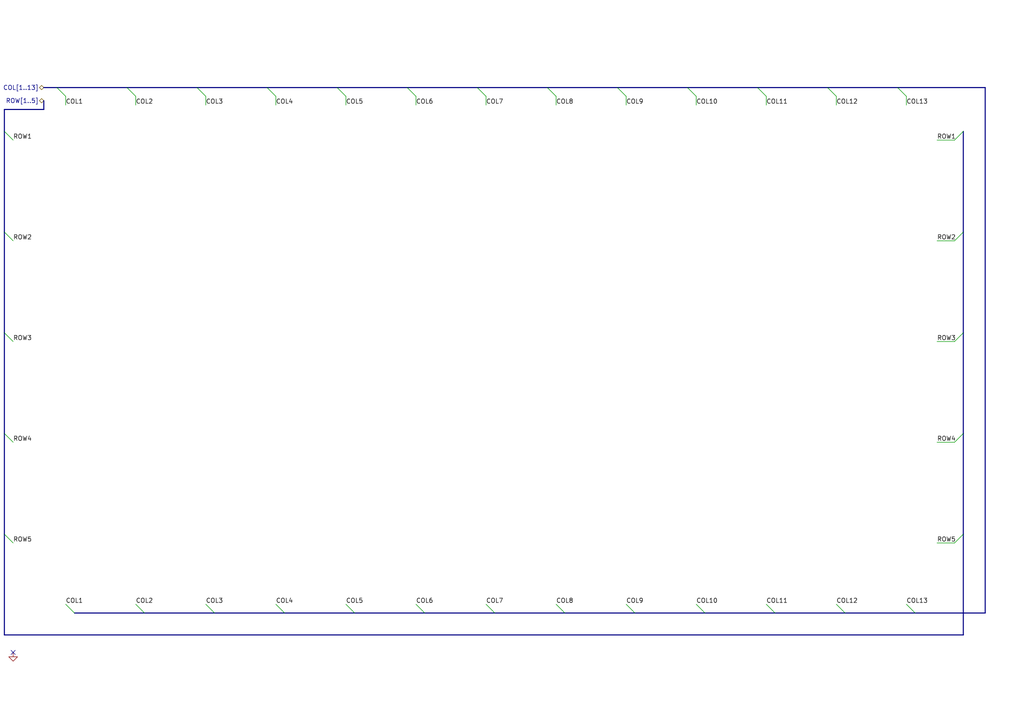
<source format=kicad_sch>
(kicad_sch (version 20250114) (generator "eeschema") (generator_version "9.0")
  (paper "A4")
  (title_block (title "HandyWork - PCB Template") (date "2026-03-01") (rev "1.0") (company "Axel Voitier") (comment 2 "CERN Open Hardware Licence Version 2 - Weakly Reciprocal") (comment 3 "Alidron"))
  (lib_symbols
    (symbol "power:GND" (power) (pin_numbers (hide yes)) (pin_names (offset 0) (hide yes))
      (property "Value" "GND" (at 0 -3.81 0))
      (symbol "GND_0_1"
        (polyline (pts (xy 0 0) (xy 0 -1.27) (xy 1.27 -1.27) (xy 0 -2.54) (xy -1.27 -1.27) (xy 0 -1.27)))
      )
      (symbol "GND_1_1"
        (pin power_in line (at 0 0 270) (length 0) (name "~") (number "1"))
      )
    )
  )
  (no_connect (at 3.81 189.23))
  (bus_entry (at 219.71 25.4) (size 2.54 2.54))
  (bus_entry (at 102.87 177.8) (size -2.54 -2.54))
  (bus_entry (at 1.27 154.94) (size 2.54 2.54))
  (bus_entry (at 62.23 177.8) (size -2.54 -2.54))
  (bus_entry (at 41.91 177.8) (size -2.54 -2.54))
  (bus_entry (at 245.11 177.8) (size -2.54 -2.54))
  (bus_entry (at 224.79 177.8) (size -2.54 -2.54))
  (bus_entry (at 21.59 177.8) (size -2.54 -2.54))
  (bus_entry (at 82.55 177.8) (size -2.54 -2.54))
  (bus_entry (at 16.51 25.4) (size 2.54 2.54))
  (bus_entry (at 279.4 154.94) (size -2.54 2.54))
  (bus_entry (at 57.15 25.4) (size 2.54 2.54))
  (bus_entry (at 118.11 25.4) (size 2.54 2.54))
  (bus_entry (at 1.27 125.73) (size 2.54 2.54))
  (bus_entry (at 265.43 177.8) (size -2.54 -2.54))
  (bus_entry (at 143.51 177.8) (size -2.54 -2.54))
  (bus_entry (at 199.39 25.4) (size 2.54 2.54))
  (bus_entry (at 279.4 125.73) (size -2.54 2.54))
  (bus_entry (at 260.35 25.4) (size 2.54 2.54))
  (bus_entry (at 1.27 38.1) (size 2.54 2.54))
  (bus_entry (at 36.83 25.4) (size 2.54 2.54))
  (bus_entry (at 204.47 177.8) (size -2.54 -2.54))
  (bus_entry (at 158.75 25.4) (size 2.54 2.54))
  (bus_entry (at 77.47 25.4) (size 2.54 2.54))
  (bus_entry (at 279.4 67.31) (size -2.54 2.54))
  (bus_entry (at 1.27 67.31) (size 2.54 2.54))
  (bus_entry (at 184.15 177.8) (size -2.54 -2.54))
  (bus_entry (at 179.07 25.4) (size 2.54 2.54))
  (bus_entry (at 240.03 25.4) (size 2.54 2.54))
  (bus_entry (at 279.4 38.1) (size -2.54 2.54))
  (bus_entry (at 163.83 177.8) (size -2.54 -2.54))
  (bus_entry (at 123.19 177.8) (size -2.54 -2.54))
  (bus_entry (at 138.43 25.4) (size 2.54 2.54))
  (bus_entry (at 279.4 96.52) (size -2.54 2.54))
  (bus_entry (at 1.27 96.52) (size 2.54 2.54))
  (bus_entry (at 97.79 25.4) (size 2.54 2.54))
  (bus (pts (xy 82.55 177.8) (xy 102.87 177.8)))
  (bus (pts (xy 36.83 25.4) (xy 57.15 25.4)))
  (bus (pts (xy 199.39 25.4) (xy 219.71 25.4)))
  (bus (pts (xy 1.27 31.75) (xy 1.27 38.1)))
  (wire (pts (xy 271.78 128.27) (xy 276.86 128.27)))
  (bus (pts (xy 285.75 25.4) (xy 285.75 177.8)))
  (bus (pts (xy 279.4 125.73) (xy 279.4 154.94)))
  (bus (pts (xy 279.4 154.94) (xy 279.4 184.15)))
  (bus (pts (xy 279.4 38.1) (xy 279.4 67.31)))
  (bus (pts (xy 163.83 177.8) (xy 184.15 177.8)))
  (bus (pts (xy 1.27 67.31) (xy 1.27 96.52)))
  (bus (pts (xy 1.27 38.1) (xy 1.27 67.31)))
  (bus (pts (xy 12.7 31.75) (xy 1.27 31.75)))
  (wire (pts (xy 271.78 157.48) (xy 276.86 157.48)))
  (bus (pts (xy 1.27 184.15) (xy 279.4 184.15)))
  (bus (pts (xy 12.7 25.4) (xy 16.51 25.4)))
  (wire (pts (xy 140.97 27.94) (xy 140.97 30.48)))
  (bus (pts (xy 279.4 67.31) (xy 279.4 96.52)))
  (bus (pts (xy 219.71 25.4) (xy 240.03 25.4)))
  (bus (pts (xy 224.79 177.8) (xy 245.11 177.8)))
  (wire (pts (xy 19.05 27.94) (xy 19.05 30.48)))
  (bus (pts (xy 179.07 25.4) (xy 199.39 25.4)))
  (wire (pts (xy 80.01 27.94) (xy 80.01 30.48)))
  (wire (pts (xy 59.69 27.94) (xy 59.69 30.48)))
  (bus (pts (xy 77.47 25.4) (xy 97.79 25.4)))
  (bus (pts (xy 260.35 25.4) (xy 285.75 25.4)))
  (wire (pts (xy 271.78 99.06) (xy 276.86 99.06)))
  (bus (pts (xy 102.87 177.8) (xy 123.19 177.8)))
  (wire (pts (xy 100.33 27.94) (xy 100.33 30.48)))
  (wire (pts (xy 271.78 69.85) (xy 276.86 69.85)))
  (bus (pts (xy 123.19 177.8) (xy 143.51 177.8)))
  (bus (pts (xy 118.11 25.4) (xy 138.43 25.4)))
  (bus (pts (xy 1.27 125.73) (xy 1.27 154.94)))
  (wire (pts (xy 120.65 27.94) (xy 120.65 30.48)))
  (bus (pts (xy 1.27 96.52) (xy 1.27 125.73)))
  (bus (pts (xy 41.91 177.8) (xy 62.23 177.8)))
  (bus (pts (xy 158.75 25.4) (xy 179.07 25.4)))
  (wire (pts (xy 242.57 27.94) (xy 242.57 30.48)))
  (bus (pts (xy 279.4 96.52) (xy 279.4 125.73)))
  (bus (pts (xy 62.23 177.8) (xy 82.55 177.8)))
  (bus (pts (xy 12.7 29.21) (xy 12.7 31.75)))
  (bus (pts (xy 245.11 177.8) (xy 265.43 177.8)))
  (bus (pts (xy 143.51 177.8) (xy 163.83 177.8)))
  (wire (pts (xy 222.25 27.94) (xy 222.25 30.48)))
  (bus (pts (xy 138.43 25.4) (xy 158.75 25.4)))
  (bus (pts (xy 16.51 25.4) (xy 36.83 25.4)))
  (wire (pts (xy 271.78 40.64) (xy 276.86 40.64)))
  (bus (pts (xy 97.79 25.4) (xy 118.11 25.4)))
  (wire (pts (xy 262.89 27.94) (xy 262.89 30.48)))
  (bus (pts (xy 57.15 25.4) (xy 77.47 25.4)))
  (bus (pts (xy 240.03 25.4) (xy 260.35 25.4)))
  (wire (pts (xy 161.29 27.94) (xy 161.29 30.48)))
  (bus (pts (xy 1.27 154.94) (xy 1.27 184.15)))
  (bus (pts (xy 204.47 177.8) (xy 224.79 177.8)))
  (wire (pts (xy 201.93 27.94) (xy 201.93 30.48)))
  (bus (pts (xy 184.15 177.8) (xy 204.47 177.8)))
  (bus (pts (xy 265.43 177.8) (xy 285.75 177.8)))
  (wire (pts (xy 181.61 27.94) (xy 181.61 30.48)))
  (wire (pts (xy 39.37 27.94) (xy 39.37 30.48)))
  (bus (pts (xy 21.59 177.8) (xy 41.91 177.8)))
  (label "COL1" (at 19.05 175.26 0))
  (label "ROW1" (at 271.78 40.64 0))
  (label "COL2" (at 39.37 30.48 0))
  (label "COL2" (at 39.37 175.26 0))
  (label "COL9" (at 181.61 175.26 0))
  (label "COL7" (at 140.97 30.48 0))
  (label "COL5" (at 100.33 30.48 0))
  (label "COL5" (at 100.33 175.26 0))
  (label "ROW2" (at 3.81 69.85 0))
  (label "COL8" (at 161.29 175.26 0))
  (label "COL3" (at 59.69 175.26 0))
  (label "COL6" (at 120.65 175.26 0))
  (label "COL3" (at 59.69 30.48 0))
  (label "COL4" (at 80.01 175.26 0))
  (label "COL12" (at 242.57 30.48 0))
  (label "COL11" (at 222.25 30.48 0))
  (label "COL10" (at 201.93 30.48 0))
  (label "ROW1" (at 3.81 40.64 0))
  (label "ROW2" (at 271.78 69.85 0))
  (label "ROW4" (at 3.81 128.27 0))
  (label "COL12" (at 242.57 175.26 0))
  (label "COL4" (at 80.01 30.48 0))
  (label "COL10" (at 201.93 175.26 0))
  (label "ROW5" (at 271.78 157.48 0))
  (label "COL7" (at 140.97 175.26 0))
  (label "ROW3" (at 3.81 99.06 0))
  (label "COL11" (at 222.25 175.26 0))
  (label "ROW4" (at 271.78 128.27 0))
  (label "COL8" (at 161.29 30.48 0))
  (label "COL13" (at 262.89 175.26 0))
  (label "COL13" (at 262.89 30.48 0))
  (label "ROW5" (at 3.81 157.48 0))
  (label "ROW3" (at 271.78 99.06 0))
  (label "COL1" (at 19.05 30.48 0))
  (label "COL6" (at 120.65 30.48 0))
  (label "COL9" (at 181.61 30.48 0))
  (hierarchical_label "COL[1..13]" (shape bidirectional) (at 12.7 25.4 180))
  (hierarchical_label "ROW[1..5]" (shape bidirectional) (at 12.7 29.21 180))
  (symbol (lib_id "power:GND") (at 3.81 189.23 0) (unit 1)
    (property "Reference" "#PWR039" (effects (hide yes)))
    (property "Value" "GND" (effects (hide yes)))
    (property "Description" "Power symbol creates a global label with name \"GND\" , ground" (effects (hide yes)))
  )
)
</source>
